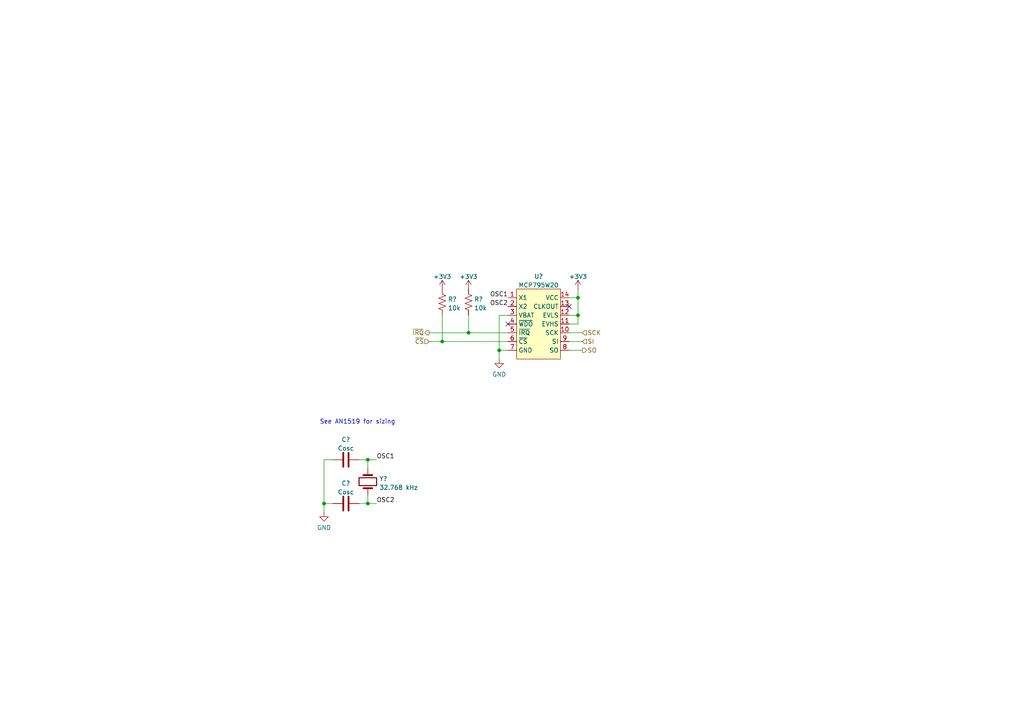
<source format=kicad_sch>
(kicad_sch (version 20211123) (generator eeschema)
  (paper "A4")
  (lib_symbols
    (symbol "Device:C" (pin_numbers hide) (pin_names (offset 0.254))
      (property "Reference" "C" (at 0.635 2.54 0))
      (property "Value" "C" (at 0.635 -2.54 0))
      (symbol "C_0_1"
        (polyline (pts (xy -2.032 -0.762) (xy 2.032 -0.762)) (stroke (width 0.508)))
        (polyline (pts (xy -2.032 0.762) (xy 2.032 0.762)) (stroke (width 0.508)))
      )
      (symbol "C_1_1"
        (pin passive line (at 0 3.81 270) (length 2.794) (name "~") (number "1"))
        (pin passive line (at 0 -3.81 90) (length 2.794) (name "~") (number "2"))
      )
    )
    (symbol "Device:Crystal" (pin_numbers hide) (pin_names (offset 1.016) hide)
      (property "Reference" "Y" (at 0 3.81 0))
      (property "Value" "Crystal" (at 0 -3.81 0))
      (symbol "Crystal_0_1"
        (rectangle (start -1.143 2.54) (end 1.143 -2.54) (stroke (width 0.3048)))
        (polyline (pts (xy -2.54 0) (xy -1.905 0)))
        (polyline (pts (xy -1.905 -1.27) (xy -1.905 1.27)) (stroke (width 0.508)))
        (polyline (pts (xy 1.905 -1.27) (xy 1.905 1.27)) (stroke (width 0.508)))
        (polyline (pts (xy 2.54 0) (xy 1.905 0)))
      )
      (symbol "Crystal_1_1"
        (pin passive line (at -3.81 0 0) (length 1.27) (name "1") (number "1"))
        (pin passive line (at 3.81 0 180) (length 1.27) (name "2") (number "2"))
      )
    )
    (symbol "Device:R_US" (pin_numbers hide) (pin_names (offset 0))
      (property "Reference" "R" (at 2.54 0 90))
      (property "Value" "R_US" (at -2.54 0 90))
      (symbol "R_US_0_1"
        (polyline (pts (xy 0 -2.286) (xy 0 -2.54)))
        (polyline (pts (xy 0 2.286) (xy 0 2.54)))
        (polyline (pts (xy 0 -0.762) (xy 1.016 -1.143) (xy 0 -1.524) (xy -1.016 -1.905) (xy 0 -2.286)))
        (polyline (pts (xy 0 0.762) (xy 1.016 0.381) (xy 0 0) (xy -1.016 -0.381) (xy 0 -0.762)))
        (polyline (pts (xy 0 2.286) (xy 1.016 1.905) (xy 0 1.524) (xy -1.016 1.143) (xy 0 0.762)))
      )
      (symbol "R_US_1_1"
        (pin passive line (at 0 3.81 270) (length 1.27) (name "~") (number "1"))
        (pin passive line (at 0 -3.81 90) (length 1.27) (name "~") (number "2"))
      )
    )
    (symbol "dumbwatch:MCP795W20"
      (property "Reference" "U" (at 0 13.97 0))
      (property "Value" "MCP795W20" (at 0 11.43 0))
      (symbol "MCP795W20_0_1"
        (rectangle (start -6.35 10.16) (end 6.35 -10.16) (stroke (width 0.1524)) (fill (type background)))
      )
      (symbol "MCP795W20_1_1"
        (pin output line (at -8.89 7.62 0) (length 2.54) (name "X1") (number "1"))
        (pin input line (at 8.89 -2.54 180) (length 2.54) (name "SCK") (number "10"))
        (pin input line (at 8.89 0 180) (length 2.54) (name "EVHS") (number "11"))
        (pin input line (at 8.89 2.54 180) (length 2.54) (name "EVLS") (number "12"))
        (pin output line (at 8.89 5.08 180) (length 2.54) (name "CLKOUT") (number "13"))
        (pin input line (at 8.89 7.62 180) (length 2.54) (name "VCC") (number "14"))
        (pin output line (at -8.89 5.08 0) (length 2.54) (name "X2") (number "2"))
        (pin input line (at -8.89 2.54 0) (length 2.54) (name "VBAT") (number "3"))
        (pin output line (at -8.89 0 0) (length 2.54) (name "~{WDO}") (number "4"))
        (pin output line (at -8.89 -2.54 0) (length 2.54) (name "~{IRQ}") (number "5"))
        (pin input line (at -8.89 -5.08 0) (length 2.54) (name "~{CS}") (number "6"))
        (pin input line (at -8.89 -7.62 0) (length 2.54) (name "GND") (number "7"))
        (pin output line (at 8.89 -7.62 180) (length 2.54) (name "SO") (number "8"))
        (pin input line (at 8.89 -5.08 180) (length 2.54) (name "SI") (number "9"))
      )
    )
    (symbol "power:+3V3" (power) (pin_names (offset 0))
      (property "Value" "+3V3" (at 0 3.556 0))
      (symbol "+3V3_0_1"
        (polyline (pts (xy -0.762 1.27) (xy 0 2.54)))
        (polyline (pts (xy 0 0) (xy 0 2.54)))
        (polyline (pts (xy 0 2.54) (xy 0.762 1.27)))
      )
      (symbol "+3V3_1_1"
        (pin power_in line (at 0 0 90) (length 0) hide (name "+3V3") (number "1"))
      )
    )
    (symbol "power:GND" (power) (pin_names (offset 0))
      (property "Value" "GND" (at 0 -3.81 0))
      (symbol "GND_0_1"
        (polyline (pts (xy 0 0) (xy 0 -1.27) (xy 1.27 -1.27) (xy 0 -2.54) (xy -1.27 -1.27) (xy 0 -1.27)))
      )
      (symbol "GND_1_1"
        (pin power_in line (at 0 0 270) (length 0) hide (name "GND") (number "1"))
      )
    )
  )
  (junction (at 135.89 96.52))
  (junction (at 93.98 146.05))
  (junction (at 167.64 91.44))
  (junction (at 128.27 99.06))
  (junction (at 106.68 146.05))
  (junction (at 144.78 101.6))
  (junction (at 106.68 133.35))
  (junction (at 167.64 86.36))
  (no_connect (at 147.32 93.98))
  (no_connect (at 165.1 88.9))
  (wire (pts (xy 104.14 133.35) (xy 106.68 133.35)))
  (wire (pts (xy 106.68 146.05) (xy 106.68 143.51)))
  (wire (pts (xy 106.68 146.05) (xy 109.22 146.05)))
  (wire (pts (xy 144.78 91.44) (xy 144.78 101.6)))
  (wire (pts (xy 93.98 133.35) (xy 93.98 146.05)))
  (wire (pts (xy 96.52 133.35) (xy 93.98 133.35)))
  (wire (pts (xy 168.91 96.52) (xy 165.1 96.52)))
  (wire (pts (xy 106.68 133.35) (xy 109.22 133.35)))
  (wire (pts (xy 144.78 101.6) (xy 147.32 101.6)))
  (wire (pts (xy 167.64 86.36) (xy 167.64 83.82)))
  (wire (pts (xy 93.98 146.05) (xy 96.52 146.05)))
  (wire (pts (xy 165.1 91.44) (xy 167.64 91.44)))
  (wire (pts (xy 135.89 91.44) (xy 135.89 96.52)))
  (wire (pts (xy 168.91 101.6) (xy 165.1 101.6)))
  (wire (pts (xy 93.98 146.05) (xy 93.98 148.59)))
  (wire (pts (xy 124.46 99.06) (xy 128.27 99.06)))
  (wire (pts (xy 128.27 99.06) (xy 147.32 99.06)))
  (wire (pts (xy 167.64 91.44) (xy 167.64 86.36)))
  (wire (pts (xy 147.32 96.52) (xy 135.89 96.52)))
  (wire (pts (xy 165.1 93.98) (xy 167.64 93.98)))
  (wire (pts (xy 106.68 133.35) (xy 106.68 135.89)))
  (wire (pts (xy 167.64 93.98) (xy 167.64 91.44)))
  (wire (pts (xy 168.91 99.06) (xy 165.1 99.06)))
  (wire (pts (xy 128.27 91.44) (xy 128.27 99.06)))
  (wire (pts (xy 124.46 96.52) (xy 135.89 96.52)))
  (wire (pts (xy 147.32 91.44) (xy 144.78 91.44)))
  (wire (pts (xy 165.1 86.36) (xy 167.64 86.36)))
  (wire (pts (xy 104.14 146.05) (xy 106.68 146.05)))
  (wire (pts (xy 144.78 104.14) (xy 144.78 101.6)))
  (text "See AN1519 for sizing" (at 92.71 123.19 0) (effects (font (size 1.27 1.27)) (justify left bottom)))
  (label "OSC1" (at 147.32 86.36 180))
  (label "OSC1" (at 109.22 133.35 0))
  (label "OSC2" (at 147.32 88.9 180))
  (label "OSC2" (at 109.22 146.05 0))
  (hierarchical_label "SI" (shape input) (at 168.91 99.06 0))
  (hierarchical_label "SO" (shape output) (at 168.91 101.6 0))
  (hierarchical_label "SCK" (shape input) (at 168.91 96.52 0))
  (hierarchical_label "~{IRQ}" (shape output) (at 124.46 96.52 180))
  (hierarchical_label "~{CS}" (shape input) (at 124.46 99.06 180))
  (symbol (lib_id "power:+3V3") (at 128.27 83.82 0) (unit 1)
    (property "Reference" "#PWR?" (effects hide))
    (property "Value" "+3V3" (at 128.27 80.2442 0))
  )
  (symbol (lib_id "Device:C") (at 100.33 133.35 90) (unit 1)
    (property "Reference" "C?" (at 100.33 127.4912 90))
    (property "Value" "Cosc" (at 100.33 130.0281 90))
  )
  (symbol (lib_id "power:GND") (at 93.98 148.59 0) (unit 1)
    (property "Reference" "#PWR?" (effects hide))
    (property "Value" "GND" (at 93.98 153.0334 0))
  )
  (symbol (lib_id "power:+3V3") (at 135.89 83.82 0) (unit 1)
    (property "Reference" "#PWR?" (effects hide))
    (property "Value" "+3V3" (at 135.89 80.2442 0))
  )
  (symbol (lib_id "dumbwatch:MCP795W20") (at 156.21 93.98 0) (unit 1)
    (property "Reference" "U?" (at 156.21 80.171 0))
    (property "Value" "MCP795W20" (at 156.21 82.7079 0))
  )
  (symbol (lib_id "Device:C") (at 100.33 146.05 90) (unit 1)
    (property "Reference" "C?" (at 100.33 140.1912 90))
    (property "Value" "Cosc" (at 100.33 142.7281 90))
  )
  (symbol (lib_id "Device:R_US") (at 128.27 87.63 0) (unit 1)
    (property "Reference" "R?" (at 129.921 86.7953 0) (effects (justify left)))
    (property "Value" "10k" (at 129.921 89.3322 0) (effects (justify left)))
  )
  (symbol (lib_id "Device:Crystal") (at 106.68 139.7 270) (unit 1)
    (property "Reference" "Y?" (at 110.0074 138.8653 90) (effects (justify left)))
    (property "Value" "32.768 kHz" (at 110.0074 141.4022 90) (effects (justify left)))
  )
  (symbol (lib_id "Device:R_US") (at 135.89 87.63 0) (unit 1)
    (property "Reference" "R?" (at 137.541 86.7953 0) (effects (justify left)))
    (property "Value" "10k" (at 137.541 89.3322 0) (effects (justify left)))
  )
  (symbol (lib_id "power:GND") (at 144.78 104.14 0) (unit 1)
    (property "Reference" "#PWR?" (effects hide))
    (property "Value" "GND" (at 144.78 108.5834 0))
  )
  (symbol (lib_id "power:+3V3") (at 167.64 83.82 0) (unit 1)
    (property "Reference" "#PWR?" (effects hide))
    (property "Value" "+3V3" (at 167.64 80.2442 0))
  )
)
</source>
